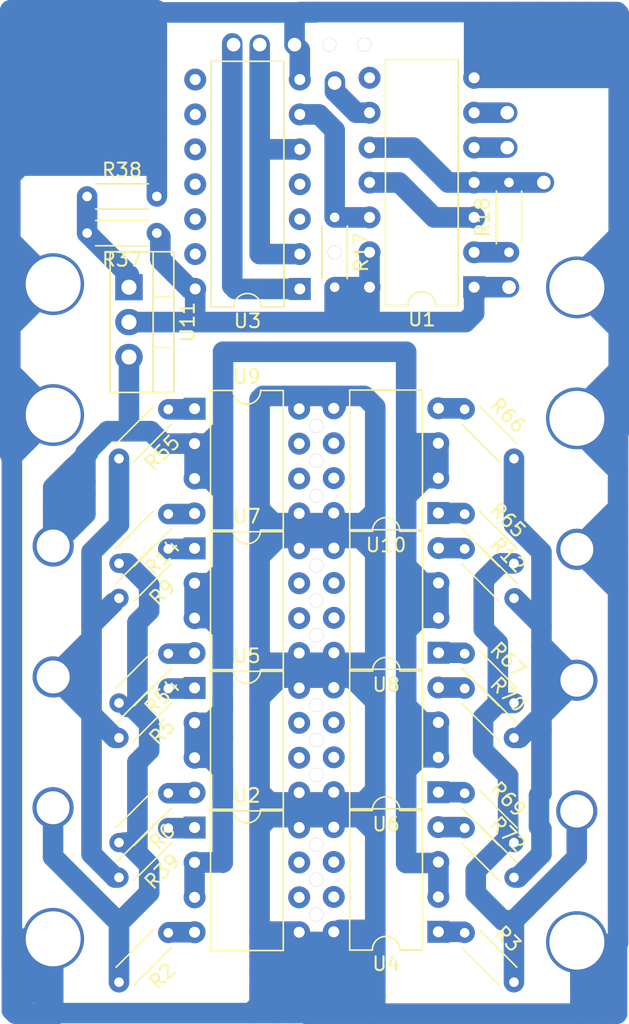
<source format=kicad_pcb>
(kicad_pcb (version 20221018) (generator pcbnew)
  (layers (0 "F.Cu" signal) (31 "B.Cu" signal) (34 "B.Paste" user) (35 "F.Paste" user) (36 "B.SilkS" user "B.Silkscreen") (37 "F.SilkS" user "F.Silkscreen") (38 "B.Mask" user) (39 "F.Mask" user) (44 "Edge.Cuts" user))
  (net 0 "")
  (net 1 "/A")
  (net 2 "Net-(R2-Pad1)")
  (net 3 "/B")
  (net 4 "Net-(R3-Pad1)")
  (net 5 "/C")
  (net 6 "/D")
  (net 7 "Net-(R12-Pad1)")
  (net 8 "Net-(R14-Pad1)")
  (net 9 "Net-(U1B-D)")
  (net 10 "+5V")
  (net 11 "Net-(U1A-D)")
  (net 12 "/A_logic")
  (net 13 "/A_n_logic")
  (net 14 "GND")
  (net 15 "/B_n_logic")
  (net 16 "/B_logic")
  (net 17 "VCC")
  (net 18 "/DIRECTION_upper")
  (net 19 "/CLOCK_upper")
  (net 20 "Net-(U11-ADJ)")
  (net 21 "Net-(R69-Pad1)")
  (net 22 "Net-(R70-Pad1)")
  (net 23 "Net-(R5-Pad1)")
  (net 24 "Net-(R6-Pad1)")
  (net 25 "Net-(R9-Pad1)")
  (net 26 "Net-(R39-Pad1)")
  (net 27 "Net-(R54-Pad1)")
  (net 28 "Net-(R55-Pad1)")
  (net 29 "Net-(R65-Pad1)")
  (net 30 "Net-(R66-Pad1)")
  (net 31 "Net-(R67-Pad1)")
  (net 32 "Net-(R72-Pad1)")
  (footprint "Resistor_THT:R_Axial_DIN0204_L3.6mm_D1.6mm_P5.08mm_Horizontal" (layer "F.Cu") (at 13.089 -58.4612 180)
    (fp_text reference "R37")
    (fp_text value "820")
  )
  (footprint "Resistor_THT:R_Axial_DIN0204_L3.6mm_D1.6mm_P5.08mm_Horizontal" (layer "F.Cu") (at 13.923 -45.6342 -135)
    (fp_text reference "R55")
    (fp_text value "1")
  )
  (footprint "Resistor_THT:R_Axial_DIN0204_L3.6mm_D1.6mm_P5.08mm_Horizontal" (layer "F.Cu") (at 35.513 -35.4742 -45)
    (fp_text reference "R12")
    (fp_text value "1")
  )
  (footprint "Resistor_THT:R_Axial_DIN0204_L3.6mm_D1.6mm_P5.08mm_Horizontal" (layer "F.Cu") (at 13.923 -17.6942 -135)
    (fp_text reference "R6")
    (fp_text value "1")
  )
  (footprint "Resistor_THT:R_Axial_DIN0204_L3.6mm_D1.6mm_P5.08mm_Horizontal" (layer "F.Cu") (at 13.923 -15.1542 -135)
    (fp_text reference "R39")
    (fp_text value "1")
  )
  (footprint "Resistor_THT:R_Axial_DIN0204_L3.6mm_D1.6mm_P5.08mm_Horizontal" (layer "F.Cu") (at 35.513 -17.6942 -45)
    (fp_text reference "R69")
    (fp_text value "1")
  )
  (footprint "Resistor_THT:R_Axial_DIN0204_L3.6mm_D1.6mm_P5.08mm_Horizontal" (layer "F.Cu") (at 8.009 -61.1282)
    (fp_text reference "R38")
    (fp_text value "220")
  )
  (footprint "Package_DIP:DIP-8_W7.62mm" (layer "F.Cu") (at 33.598 -38.088 180)
    (fp_text reference "U10")
    (fp_text value "~")
  )
  (footprint "Package_DIP:DIP-14_W7.62mm" (layer "F.Cu") (at 36.203 -54.5242 180)
    (fp_text reference "U1")
    (fp_text value "74LS74")
  )
  (footprint "Resistor_THT:R_Axial_DIN0204_L3.6mm_D1.6mm_P5.08mm_Horizontal" (layer "F.Cu") (at 13.923 -7.5342 -135)
    (fp_text reference "R2")
    (fp_text value "1")
  )
  (footprint "Package_DIP:DIP-8_W7.62mm" (layer "F.Cu") (at 33.608 -27.918 180)
    (fp_text reference "U8")
    (fp_text value "~")
  )
  (footprint "Package_DIP:DIP-8_W7.62mm" (layer "F.Cu") (at 15.838 -25.358)
    (fp_text reference "U5")
    (fp_text value "~")
  )
  (footprint "Package_DIP:DIP-8_W7.62mm" (layer "F.Cu") (at 15.838 -35.518)
    (fp_text reference "U7")
    (fp_text value "~")
  )
  (footprint "Package_DIP:DIP-8_W7.62mm" (layer "F.Cu") (at 33.598 -17.768 180)
    (fp_text reference "U6")
    (fp_text value "~")
  )
  (footprint "Resistor_THT:R_Axial_DIN0204_L3.6mm_D1.6mm_P5.08mm_Horizontal" (layer "F.Cu") (at 13.923 -27.8542 -135)
    (fp_text reference "R54")
    (fp_text value "1")
  )
  (footprint "Package_DIP:DIP-8_W7.62mm" (layer "F.Cu") (at 33.598 -7.608 180)
    (fp_text reference "U4")
    (fp_text value "~")
  )
  (footprint "Resistor_THT:R_Axial_DIN0204_L3.6mm_D1.6mm_P5.08mm_Horizontal" (layer "F.Cu") (at 38.743 -57.0642 90)
    (fp_text reference "R18")
    (fp_text value "5k")
  )
  (footprint "Package_DIP:DIP-14_W7.62mm" (layer "F.Cu") (at 23.503 -54.3972 180)
    (fp_text reference "U3")
    (fp_text value "74LS136")
  )
  (footprint "Resistor_THT:R_Axial_DIN0204_L3.6mm_D1.6mm_P5.08mm_Horizontal" (layer "F.Cu") (at 35.513 -25.3142 -45)
    (fp_text reference "R70")
    (fp_text value "1")
  )
  (footprint "Resistor_THT:R_Axial_DIN0204_L3.6mm_D1.6mm_P5.08mm_Horizontal" (layer "F.Cu") (at 13.923 -38.0142 -135)
    (fp_text reference "R14")
    (fp_text value "1")
  )
  (footprint "Resistor_THT:R_Axial_DIN0204_L3.6mm_D1.6mm_P5.08mm_Horizontal" (layer "F.Cu") (at 35.513 -38.0142 -45)
    (fp_text reference "R65")
    (fp_text value "1")
  )
  (footprint "Resistor_THT:R_Axial_DIN0204_L3.6mm_D1.6mm_P5.08mm_Horizontal" (layer "F.Cu") (at 26.043 -59.6042 -90)
    (fp_text reference "R17")
    (fp_text value "5k")
  )
  (footprint "Package_DIP:DIP-8_W7.62mm" (layer "F.Cu") (at 15.838 -45.678)
    (fp_text reference "U9")
    (fp_text value "~")
  )
  (footprint "Package_TO_SOT_THT:TO-220-3_Vertical" (layer "F.Cu") (at 11.057 -54.5242 -90)
    (fp_text reference "U11")
    (fp_text value "LM317_TO-220")
  )
  (footprint "Resistor_THT:R_Axial_DIN0204_L3.6mm_D1.6mm_P5.08mm_Horizontal" (layer "F.Cu") (at 35.513 -45.6342 -45)
    (fp_text reference "R66")
    (fp_text value "1")
  )
  (footprint "Resistor_THT:R_Axial_DIN0204_L3.6mm_D1.6mm_P5.08mm_Horizontal" (layer "F.Cu") (at 13.923 -25.3142 -135)
    (fp_text reference "R5")
    (fp_text value "1")
  )
  (footprint "Resistor_THT:R_Axial_DIN0204_L3.6mm_D1.6mm_P5.08mm_Horizontal" (layer "F.Cu") (at 35.513 -7.5342 -45)
    (fp_text reference "R3")
    (fp_text value "1")
  )
  (footprint "Resistor_THT:R_Axial_DIN0204_L3.6mm_D1.6mm_P5.08mm_Horizontal" (layer "F.Cu") (at 35.513 -15.1542 -45)
    (fp_text reference "R72")
    (fp_text value "1")
  )
  (footprint "Resistor_THT:R_Axial_DIN0204_L3.6mm_D1.6mm_P5.08mm_Horizontal" (layer "F.Cu") (at 13.923 -35.4742 -135)
    (fp_text reference "R9")
    (fp_text value "1")
  )
  (footprint "Package_DIP:DIP-8_W7.62mm" (layer "F.Cu") (at 15.838 -15.198)
    (fp_text reference "U2")
    (fp_text value "~")
  )
  (footprint "Resistor_THT:R_Axial_DIN0204_L3.6mm_D1.6mm_P5.08mm_Horizontal" (layer "F.Cu") (at 35.513 -27.8542 -45)
    (fp_text reference "R67")
    (fp_text value "1")
  )
  (via (at 5.538 -26.158) (size 3) (drill 2.4) (layers "F.Cu" "B.Cu") (net 1))
  (segment (start 8.330898 -13.273671) (end 10.042471 -11.562098) (width 1.5) (layer "B.Cu") (net 1))
  (segment (start 8.330898 -35.250525) (end 10.330898 -37.250525) (width 1.5) (layer "B.Cu") (net 1))
  (segment (start 8.330898 -23.433672) (end 8.330898 -13.273671) (width 1.5) (layer "B.Cu") (net 1))
  (segment (start 5.538 -26.158) (end 7.233098 -26.158) (width 1.5) (layer "B.Cu") (net 1))
  (segment (start 8.330898 -29.952808) (end 8.330898 -35.250525) (width 1.5) (layer "B.Cu") (net 1))
  (segment (start 8.330898 -28.6162) (end 7.9962 -28.6162) (width 1.5) (layer "B.Cu") (net 1))
  (segment (start 10.042471 -11.562098) (end 10.260187 -11.562098) (width 1.5) (layer "B.Cu") (net 1))
  (segment (start 10.330898 -37.250525) (end 10.330898 -42.042098) (width 1.5) (layer "B.Cu") (net 1))
  (segment (start 7.9962 -28.6162) (end 5.538 -26.158) (width 1.5) (layer "B.Cu") (net 1))
  (segment (start 7.501 -26.5842) (end 7.0748 -26.158) (width 1.5) (layer "B.Cu") (net 1))
  (segment (start 7.0748 -26.158) (end 5.538 -26.158) (width 1.5) (layer "B.Cu") (net 1))
  (segment (start 10.042471 -21.722098) (end 10.260187 -21.722098) (width 1.5) (layer "B.Cu") (net 1))
  (segment (start 7.233098 -26.158) (end 8.330898 -25.0602) (width 1.5) (layer "B.Cu") (net 1))
  (segment (start 5.538 -26.158) (end 5.60657 -26.158) (width 1.5) (layer "B.Cu") (net 1))
  (segment (start 8.330898 -23.433672) (end 8.330898 -25.0602) (width 1.5) (layer "B.Cu") (net 1))
  (segment (start 5.60657 -26.158) (end 8.330898 -23.433672) (width 1.5) (layer "B.Cu") (net 1))
  (segment (start 8.330898 -25.9492) (end 8.330898 -28.6162) (width 1.5) (layer "B.Cu") (net 1))
  (segment (start 8.330898 -28.6162) (end 8.330898 -29.952808) (width 1.5) (layer "B.Cu") (net 1))
  (segment (start 8.330898 -29.952808) (end 9.923 -31.54491) (width 1.5) (layer "B.Cu") (net 1))
  (segment (start 8.330898 -25.0602) (end 8.330898 -25.9492) (width 1.5) (layer "B.Cu") (net 1))
  (segment (start 8.330898 -23.433672) (end 10.042471 -21.722098) (width 1.5) (layer "B.Cu") (net 1))
  (segment (start 15.838 -7.578) (end 13.9668 -7.578) (width 1.5) (layer "B.Cu") (net 2))
  (segment (start 13.9668 -7.578) (end 13.923 -7.5342) (width 1.5) (layer "B.Cu") (net 2))
  (via (at 5.528 -16.638) (size 3) (drill 2.4) (layers "F.Cu" "B.Cu") (net 3))
  (segment (start 10.902168 -14.102098) (end 10.684451 -14.102098) (width 1.5) (layer "B.Cu") (net 3))
  (segment (start 12.530898 -22.737) (end 11.673 -23.594898) (width 1.5) (layer "B.Cu") (net 3))
  (segment (start 10.330898 -3.942098) (end 10.330898 -8.250739) (width 1.5) (layer "B.Cu") (net 3))
  (segment (start 10.330898 -8.250739) (end 12.530898 -10.450739) (width 1.5) (layer "B.Cu") (net 3))
  (segment (start 12.530898 -10.450739) (end 12.530898 -12.473368) (width 1.5) (layer "B.Cu") (net 3))
  (segment (start 10.922 -34.422098) (end 10.684451 -34.422098) (width 1.5) (layer "B.Cu") (net 3))
  (segment (start 12.530898 -30.970828) (end 12.530898 -32.8132) (width 1.5) (layer "B.Cu") (net 3))
  (segment (start 11.673 -30.11293) (end 12.530898 -30.970828) (width 1.5) (layer "B.Cu") (net 3))
  (segment (start 11.2958 -23.972098) (end 10.974452 -23.972098) (width 1.5) (layer "B.Cu") (net 3))
  (segment (start 11.740133 -13.264133) (end 11.673 -13.331266) (width 1.5) (layer "B.Cu") (net 3))
  (segment (start 12.530898 -20.810828) (end 12.530898 -22.737) (width 1.5) (layer "B.Cu") (net 3))
  (segment (start 11.740133 -13.264133) (end 10.902168 -14.102098) (width 1.5) (layer "B.Cu") (net 3))
  (segment (start 12.530898 -12.473368) (end 11.740133 -13.264133) (width 1.5) (layer "B.Cu") (net 3))
  (segment (start 5.528 -16.638) (end 5.528 -13.068474) (width 1.5) (layer "B.Cu") (net 3))
  (segment (start 12.530898 -32.8132) (end 10.922 -34.422098) (width 1.5) (layer "B.Cu") (net 3))
  (segment (start 5.528 -13.068474) (end 10.330898 -8.265576) (width 1.5) (layer "B.Cu") (net 3))
  (segment (start 11.673 -23.594898) (end 11.673 -30.11293) (width 1.5) (layer "B.Cu") (net 3))
  (segment (start 11.673 -19.95293) (end 12.530898 -20.810828) (width 1.5) (layer "B.Cu") (net 3))
  (segment (start 11.673 -13.331266) (end 11.673 -19.95293) (width 1.5) (layer "B.Cu") (net 3))
  (segment (start 10.330898 -8.265576) (end 10.330898 -3.942098) (width 1.5) (layer "B.Cu") (net 3))
  (segment (start 12.530898 -22.737) (end 11.2958 -23.972098) (width 1.5) (layer "B.Cu") (net 3))
  (segment (start 35.4392 -7.608) (end 35.513 -7.5342) (width 1.5) (layer "B.Cu") (net 4))
  (segment (start 33.598 -7.608) (end 35.4392 -7.608) (width 1.5) (layer "B.Cu") (net 4))
  (via (at 43.678 -16.398) (size 3) (drill 2.4) (layers "F.Cu" "B.Cu") (net 5))
  (segment (start 38.678 -18.967219) (end 38.678 -16.002) (width 1.5) (layer "B.Cu") (net 5))
  (segment (start 38.678 -16.002) (end 38.678 -14.421) (width 1.5) (layer "B.Cu") (net 5))
  (segment (start 36.855102 -20.790117) (end 38.678 -18.967219) (width 1.5) (layer "B.Cu") (net 5))
  (segment (start 39.105102 -34.422098) (end 38.115153 -34.422098) (width 1.5) (layer "B.Cu") (net 5))
  (segment (start 39.105102 -7.172098) (end 39.105102 -8.445243) (width 1.5) (layer "B.Cu") (net 5))
  (segment (start 37.930102 -24.262098) (end 36.855102 -23.187098) (width 1.5) (layer "B.Cu") (net 5))
  (segment (start 38.678 -14.421) (end 36.322 -12.065) (width 1.5) (layer "B.Cu") (net 5))
  (segment (start 37.930102 -28.619079) (end 37.930102 -24.262098) (width 1.5) (layer "B.Cu") (net 5))
  (segment (start 36.322 -10.414) (end 38.290757 -8.445243) (width 1.5) (layer "B.Cu") (net 5))
  (segment (start 38.678 -16.002) (end 38.678 -14.326931) (width 1.5) (layer "B.Cu") (net 5))
  (segment (start 36.905102 -29.644079) (end 37.930102 -28.619079) (width 1.5) (layer "B.Cu") (net 5))
  (segment (start 39.105102 -8.445243) (end 43.678 -13.018141) (width 1.5) (layer "B.Cu") (net 5))
  (segment (start 38.115153 -34.422098) (end 36.905102 -33.212047) (width 1.5) (layer "B.Cu") (net 5))
  (segment (start 36.855102 -23.187098) (end 36.855102 -20.790117) (width 1.5) (layer "B.Cu") (net 5))
  (segment (start 39.105102 -24.262098) (end 37.930102 -24.262098) (width 1.5) (layer "B.Cu") (net 5))
  (segment (start 43.678 -13.018141) (end 43.678 -16.398) (width 1.5) (layer "B.Cu") (net 5))
  (segment (start 39.105102 -7.172098) (end 39.105102 -3.942098) (width 1.5) (layer "B.Cu") (net 5))
  (segment (start 36.905102 -33.212047) (end 36.905102 -29.644079) (width 1.5) (layer "B.Cu") (net 5))
  (segment (start 36.322 -12.065) (end 36.322 -10.414) (width 1.5) (layer "B.Cu") (net 5))
  (segment (start 38.290757 -8.445243) (end 39.105102 -8.445243) (width 1.5) (layer "B.Cu") (net 5))
  (via (at 43.688 -25.918) (size 3) (drill 2.4) (layers "F.Cu" "B.Cu") (net 6))
  (segment (start 41.2438 -28.3622) (end 41.105102 -28.3622) (width 1.5) (layer "B.Cu") (net 6))
  (segment (start 39.492098 -21.722098) (end 39.105102 -21.722098) (width 1.5) (layer "B.Cu") (net 6))
  (segment (start 40.5961 -22.8261) (end 41.105102 -22.317098) (width 1.5) (layer "B.Cu") (net 6))
  (segment (start 41.105102 -29.932098) (end 39.155102 -31.882098) (width 1.5) (layer "B.Cu") (net 6))
  (segment (start 41.105102 -25.5682) (end 41.105102 -26.3302) (width 1.5) (layer "B.Cu") (net 6))
  (segment (start 41.105102 -28.3622) (end 41.105102 -29.932098) (width 1.5) (layer "B.Cu") (net 6))
  (segment (start 41.105102 -13.273671) (end 39.393529 -11.562098) (width 1.5) (layer "B.Cu") (net 6))
  (segment (start 43.2758 -26.3302) (end 43.688 -25.918) (width 1.5) (layer "B.Cu") (net 6))
  (segment (start 43.3382 -25.5682) (end 43.688 -25.918) (width 1.5) (layer "B.Cu") (net 6))
  (segment (start 43.688 -25.918) (end 40.5961 -22.8261) (width 1.5) (layer "B.Cu") (net 6))
  (segment (start 41.105102 -26.3302) (end 43.2758 -26.3302) (width 1.5) (layer "B.Cu") (net 6))
  (segment (start 41.105102 -17.71419) (end 40.928 -17.537088) (width 1.5) (layer "B.Cu") (net 6))
  (segment (start 41.105102 -22.317098) (end 41.105102 -25.5682) (width 1.5) (layer "B.Cu") (net 6))
  (segment (start 40.928 -15.258912) (end 41.105102 -15.08181) (width 1.5) (layer "B.Cu") (net 6))
  (segment (start 41.105102 -29.932098) (end 41.105102 -35.250525) (width 1.5) (layer "B.Cu") (net 6))
  (segment (start 43.688 -25.918) (end 41.2438 -28.3622) (width 1.5) (layer "B.Cu") (net 6))
  (segment (start 40.5961 -22.8261) (end 39.492098 -21.722098) (width 1.5) (layer "B.Cu") (net 6))
  (segment (start 43.688 -25.918) (end 42.5138 -27.0922) (width 1.5) (layer "B.Cu") (net 6))
  (segment (start 41.105102 -27.0922) (end 41.105102 -28.3622) (width 1.5) (layer "B.Cu") (net 6))
  (segment (start 40.928 -17.537088) (end 40.928 -15.258912) (width 1.5) (layer "B.Cu") (net 6))
  (segment (start 42.5138 -27.0922) (end 41.105102 -27.0922) (width 1.5) (layer "B.Cu") (net 6))
  (segment (start 39.105102 -37.250525) (end 39.105102 -42.042098) (width 1.5) (layer "B.Cu") (net 6))
  (segment (start 41.105102 -35.250525) (end 39.105102 -37.250525) (width 1.5) (layer "B.Cu") (net 6))
  (segment (start 41.105102 -15.08181) (end 41.105102 -13.273671) (width 1.5) (layer "B.Cu") (net 6))
  (segment (start 41.105102 -25.5682) (end 43.3382 -25.5682) (width 1.5) (layer "B.Cu") (net 6))
  (segment (start 41.105102 -22.317098) (end 41.105102 -17.71419) (width 1.5) (layer "B.Cu") (net 6))
  (segment (start 39.393529 -11.562098) (end 39.175813 -11.562098) (width 1.5) (layer "B.Cu") (net 6))
  (segment (start 41.105102 -26.3302) (end 41.105102 -27.0922) (width 1.5) (layer "B.Cu") (net 6))
  (segment (start 35.4492 -35.538) (end 35.513 -35.4742) (width 1.5) (layer "B.Cu") (net 7))
  (segment (start 33.608 -35.538) (end 35.4492 -35.538) (width 1.5) (layer "B.Cu") (net 7))
  (segment (start 13.923 -38.0142) (end 15.7942 -38.0142) (width 1.5) (layer "B.Cu") (net 8))
  (segment (start 15.7942 -38.0142) (end 15.838 -38.058) (width 1.5) (layer "B.Cu") (net 8))
  (segment (start 24.9 -67.0972) (end 26.043 -65.9542) (width 1.5) (layer "B.Cu") (net 9))
  (segment (start 28.583 -59.6042) (end 26.043 -59.6042) (width 1.5) (layer "B.Cu") (net 9))
  (segment (start 26.043 -65.9542) (end 26.043 -59.6042) (width 1.5) (layer "B.Cu") (net 9))
  (segment (start 23.503 -67.0972) (end 24.9 -67.0972) (width 1.5) (layer "B.Cu") (net 9))
  (via (at 41.283 -62.1442) (size 1) (drill 0.99) (layers "F.Cu" "B.Cu") (net 10))
  (via (at 38.743 -54.5242) (size 1) (drill 0.99) (layers "F.Cu" "B.Cu") (net 10))
  (segment (start 36.203 -62.1442) (end 38.743 -62.1442) (width 1.5) (layer "B.Cu") (net 10))
  (segment (start 25.916 -51.9842) (end 26.043 -52.1112) (width 1.5) (layer "B.Cu") (net 10))
  (segment (start 36.203 -54.5242) (end 38.743 -54.5242) (width 1.5) (layer "B.Cu") (net 10))
  (segment (start 28.71 -51.9842) (end 28.583 -52.1112) (width 1.5) (layer "B.Cu") (net 10))
  (segment (start 35.568 -51.9842) (end 36.203 -52.6192) (width 1.5) (layer "B.Cu") (net 10))
  (segment (start 28.71 -51.9842) (end 35.568 -51.9842) (width 1.5) (layer "B.Cu") (net 10))
  (segment (start 36.203 -62.1442) (end 34.298 -62.1442) (width 1.5) (layer "B.Cu") (net 10))
  (segment (start 28.583 -52.1112) (end 28.583 -57.0642) (width 1.5) (layer "B.Cu") (net 10))
  (segment (start 34.298 -62.1442) (end 31.758 -64.6842) (width 1.5) (layer "B.Cu") (net 10))
  (segment (start 25.916 -51.9842) (end 28.71 -51.9842) (width 1.5) (layer "B.Cu") (net 10))
  (segment (start 13.343 -58.2072) (end 13.089 -58.4612) (width 1.5) (layer "B.Cu") (net 10))
  (segment (start 15.883 -51.9842) (end 25.916 -51.9842) (width 1.5) (layer "B.Cu") (net 10))
  (segment (start 38.743 -62.1442) (end 41.283 -62.1442) (width 1.5) (layer "B.Cu") (net 10))
  (segment (start 26.043 -54.5242) (end 28.583 -54.5242) (width 1.5) (layer "B.Cu") (net 10))
  (segment (start 11.057 -51.9842) (end 15.883 -51.9842) (width 1.5) (layer "B.Cu") (net 10))
  (segment (start 26.17 -52.1112) (end 26.043 -52.1112) (width 1.5) (layer "B.Cu") (net 10))
  (segment (start 15.883 -54.3972) (end 15.502 -54.3972) (width 1.5) (layer "B.Cu") (net 10))
  (segment (start 36.203 -52.6192) (end 36.203 -54.5242) (width 1.5) (layer "B.Cu") (net 10))
  (segment (start 28.583 -54.5242) (end 26.17 -52.1112) (width 1.5) (layer "B.Cu") (net 10))
  (segment (start 26.043 -52.1112) (end 26.043 -54.5242) (width 1.5) (layer "B.Cu") (net 10))
  (segment (start 15.883 -51.9842) (end 15.883 -54.3972) (width 1.5) (layer "B.Cu") (net 10))
  (segment (start 31.758 -64.6842) (end 28.583 -64.6842) (width 1.5) (layer "B.Cu") (net 10))
  (segment (start 13.343 -56.5562) (end 13.343 -58.2072) (width 1.5) (layer "B.Cu") (net 10))
  (segment (start 15.502 -54.3972) (end 13.343 -56.5562) (width 1.5) (layer "B.Cu") (net 10))
  (via (at 26.043 -57.0642) (size 1) (drill 0.99) (layers "F.Cu" "B.Cu") (net 11))
  (segment (start 36.203 -57.0642) (end 38.743 -57.0642) (width 1.5) (layer "B.Cu") (net 11))
  (segment (start 23.503 -59.4772) (end 23.508585 -59.4772) (width 1) (layer "B.Cu") (net 11))
  (via (at 28.202 -72.1772) (size 1) (drill 0.99) (layers "F.Cu" "B.Cu") (net 12))
  (via (at 38.616 -64.6842) (size 1) (drill 0.99) (layers "F.Cu" "B.Cu") (net 12))
  (segment (start 36.203 -64.6842) (end 38.616 -64.6842) (width 1.5) (layer "B.Cu") (net 12))
  (via (at 24.718 -34.268) (size 1) (drill 0.99) (layers "F.Cu" "B.Cu") (net 13))
  (via (at 24.718 -24.108) (size 1) (drill 0.99) (layers "F.Cu" "B.Cu") (net 13))
  (via (at 38.616 -67.2242) (size 1) (drill 0.99) (layers "F.Cu" "B.Cu") (net 13))
  (via (at 24.718 -44.428) (size 1) (drill 0.99) (layers "F.Cu" "B.Cu") (net 13))
  (via (at 24.718 -13.948) (size 1) (drill 0.99) (layers "F.Cu" "B.Cu") (net 13))
  (segment (start 36.203 -67.2242) (end 38.616 -67.2242) (width 1.5) (layer "B.Cu") (net 13))
  (via (at 43.688 -35.448) (size 3) (drill 2.4) (layers "F.Cu" "B.Cu") (net 14))
  (via (at 5.538 -45.218) (size 4.5) (drill 4) (layers "F.Cu" "B.Cu") (net 14))
  (via (at 43.688 -44.978) (size 4.5) (drill 4) (layers "F.Cu" "B.Cu") (net 14))
  (via (at 23.122 -72.1772) (size 1) (drill 0.99) (layers "F.Cu" "B.Cu") (net 14))
  (via (at 43.688 -6.858) (size 4.5) (drill 4) (layers "F.Cu" "B.Cu") (net 14))
  (via (at 5.538 -54.748) (size 4.5) (drill 4) (layers "F.Cu" "B.Cu") (net 14))
  (via (at 43.688 -54.508) (size 4.5) (drill 4) (layers "F.Cu" "B.Cu") (net 14))
  (via (at 5.538 -7.098) (size 4.5) (drill 4) (layers "F.Cu" "B.Cu") (net 14))
  (segment (start 2.413 -42.323) (end 2.413 -44.069) (width 1.5) (layer "B.Cu") (net 14))
  (segment (start 22.024 -3.556) (end 20.574 -3.556) (width 1.5) (layer "B.Cu") (net 14))
  (segment (start 40.894 -74.549) (end 39.243 -74.549) (width 1.5) (layer "B.Cu") (net 14))
  (segment (start 37.592 -74.422) (end 37.719 -74.549) (width 1.5) (layer "B.Cu") (net 14))
  (segment (start 23.137572 -7.62) (end 23.458 -7.299572) (width 1.5) (layer "B.Cu") (net 14))
  (segment (start 23.331 -4.572) (end 23.458 -4.445) (width 1.5) (layer "B.Cu") (net 14))
  (segment (start 2.413 -52.832) (end 2.413 -55.88) (width 1.5) (layer "B.Cu") (net 14))
  (segment (start 23.511 -74.549) (end 23.122 -74.16) (width 1.5) (layer "B.Cu") (net 14))
  (segment (start 29 -4.191) (end 26.289 -4.191) (width 1.5) (layer "B.Cu") (net 14))
  (segment (start 44.763 -44.978) (end 46.688 -43.053) (width 1.5) (layer "B.Cu") (net 14))
  (segment (start 46.609 -6.731) (end 46.609 -6.208577) (width 1.5) (layer "B.Cu") (net 14))
  (segment (start 29 -1.695) (end 28.956 -1.651) (width 1.5) (layer "B.Cu") (net 14))
  (segment (start 23.122 -74.16) (end 23.122 -72.1772) (width 1.5) (layer "B.Cu") (net 14))
  (segment (start 25.365428 -46.609) (end 28.194 -46.609) (width 1.5) (layer "B.Cu") (net 14))
  (segment (start 43.053 -74.295) (end 43.307 -74.549) (width 1.5) (layer "B.Cu") (net 14))
  (segment (start 46.736 -58.293) (end 46.736 -69.596) (width 1.5) (layer "B.Cu") (net 14))
  (segment (start 41.91 -74.549) (end 40.894 -74.549) (width 1.5) (layer "B.Cu") (net 14))
  (segment (start 46.736 -46.609) (end 46.736 -48.514) (width 1.5) (layer "B.Cu") (net 14))
  (segment (start 26.162 -2.921) (end 23.458 -2.921) (width 1.5) (layer "B.Cu") (net 14))
  (segment (start 19.939 -1.692098) (end 21.844 -1.692098) (width 1.5) (layer "B.Cu") (net 14))
  (segment (start 29 -6.985) (end 29 -5.334) (width 1.5) (layer "B.Cu") (net 14))
  (segment (start 29 -5.334) (end 28.575 -5.334) (width 1.5) (layer "B.Cu") (net 14))
  (segment (start 20.574 -4.572) (end 23.331 -4.572) (width 1.5) (layer "B.Cu") (net 14))
  (segment (start 37.719 -74.549) (end 36.068 -74.549) (width 1.5) (layer "B.Cu") (net 14))
  (segment (start 2.528 -42.208) (end 2.413 -42.323) (width 1.5) (layer "B.Cu") (net 14))
  (segment (start 2.54 -73.406) (end 2.413 -73.279) (width 1.5) (layer "B.Cu") (net 14))
  (segment (start 13.089 -73.406) (end 12.192 -73.406) (width 1.5) (layer "B.Cu") (net 14))
  (segment (start 13.089 -63.246) (end 13.089 -61.1282) (width 1.5) (layer "B.Cu") (net 14))
  (segment (start 13.089 -73.406) (end 13.089 -71.882) (width 1.5) (layer "B.Cu") (net 14))
  (segment (start 20.574 -7.62) (end 23.137572 -7.62) (width 1.5) (layer "B.Cu") (net 14))
  (segment (start 29 -14.859) (end 29 -7.747) (width 1.5) (layer "B.Cu") (net 14))
  (segment (start 38.989 -69.7642) (end 37.592 -69.7642) (width 1.5) (layer "B.Cu") (net 14))
  (segment (start 46.736 -44.958) (end 46.716 -44.978) (width 1.5) (layer "B.Cu") (net 14))
  (segment (start 28.448 -5.461) (end 28.575 -5.334) (width 1.5) (layer "B.Cu") (net 14))
  (segment (start 2.528 -1.917) (end 4.8775 -4.2665) (width 1.5) (layer "B.Cu") (net 14))
  (segment (start 2.528 -7.112) (end 5.524 -7.112) (width 1.5) (layer "B.Cu") (net 14))
  (segment (start 43.688 -6.858) (end 43.942 -6.604) (width 1.5) (layer "B.Cu") (net 14))
  (segment (start 24.6112 -74.5222) (end 24.638 -74.549) (width 1.5) (layer "B.Cu") (net 14))
  (segment (start 2.413 -69.723) (end 12.454 -69.723) (width 1.5) (layer "B.Cu") (net 14))
  (segment (start 21.844 -74.5222) (end 24.6112 -74.5222) (width 1.5) (layer "B.Cu") (net 14))
  (segment (start 26.162 -5.461) (end 23.585 -5.461) (width 1.5) (layer "B.Cu") (net 14))
  (segment (start 46.736 -43.942) (end 46.736 -46.609) (width 1.5) (layer "B.Cu") (net 14))
  (segment (start 13.089 -69.088) (end 3.302 -69.088) (width 1.5) (layer "B.Cu") (net 14))
  (segment (start 21.282 -15.948) (end 27.911 -15.948) (width 1.5) (layer "B.Cu") (net 14))
  (segment (start 26.162 -2.921) (end 26.162 -4.318) (width 1.5) (layer "B.Cu") (net 14))
  (segment (start 45.832577 -1.651) (end 46.609 -1.651) (width 1.5) (layer "B.Cu") (net 14))
  (segment (start 29 -45.803) (end 29 -35.179) (width 1.5) (layer "B.Cu") (net 14))
  (segment (start 13.089 -71.882) (end 11.176 -71.882) (width 1.5) (layer "B.Cu") (net 14))
  (segment (start 13.089 -71.882) (end 13.089 -70.866) (width 1.5) (layer "B.Cu") (net 14))
  (segment (start 13.2348 -74.5222) (end 13.208 -74.549) (width 1.5) (layer "B.Cu") (net 14))
  (segment (start 2.413 -57.912) (end 2.413 -62.611) (width 1.5) (layer "B.Cu") (net 14))
  (segment (start 2.921 -67.183) (end 2.413 -66.675) (width 1.5) (layer "B.Cu") (net 14))
  (segment (start 5.927902 -1.692098) (end 5.886804 -1.651) (width 1.5) (layer "B.Cu") (net 14))
  (segment (start 23.585 -5.461) (end 23.458 -5.588) (width 1.5) (layer "B.Cu") (net 14))
  (segment (start 46.736 -55.372) (end 46.736 -56.515) (width 1.5) (layer "B.Cu") (net 14))
  (segment (start 2.794 -1.651) (end 2.528 -1.917) (width 1.5) (layer "B.Cu") (net 14))
  (segment (start 38.989 -74.295) (end 39.243 -74.549) (width 1.5) (layer "B.Cu") (net 14))
  (segment (start 20.574 -17.78) (end 21.326 -17.028) (width 1.5) (layer "B.Cu") (net 14))
  (segment (start 2.413 -48.343) (end 2.413 -49.022) (width 1.5) (layer "B.Cu") (net 14))
  (segment (start 43.688 -45.466) (end 46.736 -48.514) (width 1.5) (layer "B.Cu") (net 14))
  (segment (start 39.243 -74.549) (end 37.719 -74.549) (width 1.5) (layer "B.Cu") (net 14))
  (segment (start 43.688 -44.978) (end 45.105 -44.978) (width 1.5) (layer "B.Cu") (net 14))
  (segment (start 13.089 -70.866) (end 13.089 -69.088) (width 1.5) (layer "B.Cu") (net 14))
  (segment (start 21.917 -36.268) (end 27.911 -36.268) (width 1.5) (layer "B.Cu") (net 14))
  (segment (start 2.413 -74.676) (end 13.081 -74.676) (width 1.5) (layer "B.Cu") (net 14))
  (segment (start 23.331 -4.572) (end 23.585 -4.318) (width 1.5) (layer "B.Cu") (net 14))
  (segment (start 29 -6.985) (end 26.924 -6.985) (width 1.5) (layer "B.Cu") (net 14))
  (segment (start 5.886804 -1.651) (end 2.794 -1.651) (width 1.5) (layer "B.Cu") (net 14))
  (segment (start 46.688 -41.148) (end 46.688 -43.053) (width 1.5) (layer "B.Cu") (net 14))
  (segment (start 23.122 -74.16) (end 22.7598 -74.5222) (width 1.5) (layer "B.Cu") (net 14))
  (segment (start 27.911 -15.948) (end 29 -14.859) (width 1.5) (layer "B.Cu") (net 14))
  (segment (start 43.688 -55.245) (end 46.736 -58.293) (width 1.5) (layer "B.Cu") (net 14))
  (segment (start 2.413 -46.101) (end 2.413 -49.022) (width 1.5) (layer "B.Cu") (net 14))
  (segment (start 2.413 -69.723) (end 2.413 -70.612) (width 1.5) (layer "B.Cu") (net 14))
  (segment (start 28.121 -37.348) (end 29 -38.227) (width 1.5) (layer "B.Cu") (net 14))
  (segment (start 2.413 -44.069) (end 2.413 -44.958) (width 1.5) (layer "B.Cu") (net 14))
  (segment (start 45.105 -44.978) (end 46.736 -46.609) (width 1.5) (layer "B.Cu") (net 14))
  (segment (start 29 -2.921) (end 26.162 -2.921) (width 1.5) (layer "B.Cu") (net 14))
  (segment (start 2.413 -44.958) (end 2.413 -46.101) (width 1.5) (layer "B.Cu") (net 14))
  (segment (start 29 -24.384) (end 29 -17.907) (width 1.5) (layer "B.Cu") (net 14))
  (segment (start 21.072 -27.188) (end 28.629 -27.188) (width 1.5) (layer "B.Cu") (net 14))
  (segment (start 2.413 -72.136) (end 10.922 -72.136) (width 1.5) (layer "B.Cu") (net 14))
  (segment (start 26.601 -6.985) (end 26.132214 -7.453786) (width 1.5) (layer "B.Cu") (net 14))
  (segment (start 3.302 -69.088) (end 2.413 -68.199) (width 1.5) (layer "B.Cu") (net 14))
  (segment (start 27.549 -26.108) (end 28.629 -27.188) (width 1.5) (layer "B.Cu") (net 14))
  (segment (start 2.667 -70.866) (end 2.413 -70.612) (width 1.5) (layer "B.Cu") (net 14))
  (segment (start 13.089 -74.43) (end 13.089 -73.406) (width 1.5) (layer "B.Cu") (net 14))
  (segment (start 3.545 -54.748) (end 2.413 -55.88) (width 1.5) (layer "B.Cu") (net 14))
  (segment (start 5.278 -44.958) (end 2.413 -44.958) (width 1.5) (layer "B.Cu") (net 14))
  (segment (start 45.466 -69.7642) (end 44.323 -69.7642) (width 1.5) (layer "B.Cu") (net 14))
  (segment (start 43.053 -69.7642) (end 41.656 -69.7642) (width 1.5) (layer "B.Cu") (net 14))
  (segment (start 13.089 -65.278) (end 13.089 -63.246) (width 1.5) (layer "B.Cu") (net 14))
  (segment (start 13.089 -67.183) (end 13.089 -65.278) (width 1.5) (layer "B.Cu") (net 14))
  (segment (start 26.162 -4.318) (end 26.162 -5.461) (width 1.5) (layer "B.Cu") (net 14))
  (segment (start 20.574 -5.842) (end 23.204 -5.842) (width 1.5) (layer "B.Cu") (net 14))
  (segment (start 43.942 -6.604) (end 43.942 -4.445) (width 1.5) (layer "B.Cu") (net 14))
  (segment (start 20.574 -38.354) (end 21.58 -37.348) (width 1.5) (layer "B.Cu") (net 14))
  (segment (start 23.887902 -1.692098) (end 23.929 -1.651) (width 1.5) (layer "B.Cu") (net 14))
  (segment (start 43.942 -3.541577) (end 44.922932 -2.560644) (width 1.5) (layer "B.Cu") (net 14))
  (segment (start 40.513 -69.7642) (end 39.751 -69.7642) (width 1.5) (layer "B.Cu") (net 14))
  (segment (start 20.574 -27.686) (end 21.072 -27.188) (width 1.5) (layer "B.Cu") (net 14))
  (segment (start 45.847 -74.549) (end 44.577 -74.549) (width 1.5) (layer "B.Cu") (net 14))
  (segment (start 22.762428 -6.604) (end 23.458 -7.299572) (width 1.5) (layer "B.Cu") (net 14))
  (segment (start 20.574 -3.556) (end 20.574 -2.962098) (width 1.5) (layer "B.Cu") (net 14))
  (segment (start 2.528 -6.616) (end 4.8775 -4.2665) (width 1.5) (layer "B.Cu") (net 14))
  (segment (start 29 -7.747) (end 26.425428 -7.747) (width 1.5) (layer "B.Cu") (net 14))
  (segment (start 12.454 -65.913) (end 13.089 -65.278) (width 1.5) (layer "B.Cu") (net 14))
  (segment (start 29 -27.559) (end 29 -24.384) (width 1.5) (layer "B.Cu") (net 14))
  (segment (start 44.323 -69.7642) (end 43.053 -69.7642) (width 1.5) (layer "B.Cu") (net 14))
  (segment (start 20.574 -34.925) (end 21.917 -36.268) (width 1.5) (layer "B.Cu") (net 14))
  (segment (start 39.751 -69.7642) (end 39.751 -74.041) (width 1.5) (layer "B.Cu") (net 14))
  (segment (start 44.338 -34.798) (end 46.688 -34.798) (width 1.5) (layer "B.Cu") (net 14))
  (segment (start 29 -4.191) (end 29 -2.921) (width 1.5) (layer "B.Cu") (net 14))
  (segment (start 46.736 -69.596) (end 46.736 -74.422) (width 1.5) (layer "B.Cu") (net 14))
  (segment (start 23.458 -2.921) (end 23.458 -2.122) (width 1.5) (layer "B.Cu") (net 14))
  (segment (start 26.425428 -7.747) (end 26.132214 -7.453786) (width 1.5) (layer "B.Cu") (net 14))
  (segment (start 46.736 -74.422) (end 46.609 -74.549) (width 1.5) (layer "B.Cu") (net 14))
  (segment (start 29 -5.334) (end 29 -4.191) (width 1.5) (layer "B.Cu") (net 14))
  (segment (start 22.044 -26.108) (end 27.276 -26.108) (width 1.5) (layer "B.Cu") (net 14))
  (segment (start 46.688 -38.481) (end 46.688 -41.148) (width 1.5) (layer "B.Cu") (net 14))
  (segment (start 43.688 -44.978) (end 43.688 -44.148) (width 1.5) (layer "B.Cu") (net 14))
  (segment (start 38.989 -69.7642) (end 38.989 -74.295) (width 1.5) (layer "B.Cu") (net 14))
  (segment (start 20.574 -6.604) (end 20.574 -7.62) (width 1.5) (layer "B.Cu") (net 14))
  (segment (start 37.592 -69.7642) (end 37.592 -74.422) (width 1.5) (layer "B.Cu") (net 14))
  (segment (start 25.365428 -46.609) (end 26.122214 -45.852214) (width 1.5) (layer "B.Cu") (net 14))
  (segment (start 23.458 -5.588) (end 23.458 -4.445) (width 1.5) (layer "B.Cu") (net 14))
  (segment (start 43.815 -6.731) (end 43.688 -6.858) (width 1.5) (layer "B.Cu") (net 14))
  (segment (start 46.688 -34.798) (end 46.688 -36.195) (width 1.5) (layer "B.Cu") (net 14))
  (segment (start 43.942 -1.651) (end 45.832577 -1.651) (width 1.5) (layer "B.Cu") (net 14))
  (segment (start 5.538 -54.787) (end 2.413 -57.912) (width 1.5) (layer "B.Cu") (net 14))
  (segment (start 43.688 -54.508) (end 46.736 -51.46) (width 1.5) (layer "B.Cu") (net 14))
  (segment (start 20.574 -7.62) (end 20.574 -15.24) (width 1.5) (layer "B.Cu") (net 14))
  (segment (start 46.736 -69.596) (end 46.482 -69.85) (width 1.5) (layer "B.Cu") (net 14))
  (segment (start 46.609 -5.842) (end 46.609 -6.731) (width 1.5) (layer "B.Cu") (net 14))
  (segment (start 2.413 -64.389) (end 11.946 -64.389) (width 1.5) (layer "B.Cu") (net 14))
  (segment (start 28.121 -6.868) (end 29 -7.747) (width 1.5) (layer "B.Cu") (net 14))
  (segment (start 21.844 -74.5222) (end 13.2348 -74.5222) (width 1.5) (layer "B.Cu") (net 14))
  (segment (start 2.413 -66.675) (end 2.413 -68.199) (width 1.5) (layer "B.Cu") (net 14))
  (segment (start 13.081 -74.676) (end 13.2348 -74.5222) (width 1.5) (layer "B.Cu") (net 14))
  (segment (start 41.656 -69.7642) (end 41.656 -74.295) (width 1.5) (layer "B.Cu") (net 14))
  (segment (start 46.609 -3.937) (end 46.609 -1.651) (width 1.5) (layer "B.Cu") (net 14))
  (segment (start 5.538 -4.927) (end 5.538 -7.098) (width 1.5) (layer "B.Cu") (net 14))
  (segment (start 21.326 -17.028) (end 28.121 -17.028) (width 1.5) (layer "B.Cu") (net 14))
  (segment (start 21.426 -7.62) (end 22.178 -6.868) (width 1.5) (layer "B.Cu") (net 14))
  (segment (start 46.609 -6.731) (end 43.815 -6.731) (width 1.5) (layer "B.Cu") (net 14))
  (segment (start 2.413 -64.389) (end 2.413 -65.913) (width 1.5) (layer "B.Cu") (net 14))
  (segment (start 46.3962 -69.7642) (end 45.466 -69.7642) (width 1.5) (layer "B.Cu") (net 14))
  (segment (start 44.094 -54.102) (end 46.736 -54.102) (width 1.5) (layer "B.Cu") (net 14))
  (segment (start 43.307 -74.549) (end 41.91 -74.549) (width 1.5) (layer "B.Cu") (net 14))
  (segment (start 23.458 -4.445) (end 23.458 -2.921) (width 1.5) (layer "B.Cu") (net 14))
  (segment (start 28.956 -1.651) (end 43.942 -1.651) (width 1.5) (layer "B.Cu") (net 14))
  (segment (start 20.574 -5.842) (end 20.574 -6.604) (width 1.5) (layer "B.Cu") (net 14))
  (segment (start 46.609 -1.651) (end 46.609 -5.842) (width 1.5) (layer "B.Cu") (net 14))
  (segment (start 23.028098 -1.692098) (end 23.887902 -1.692098) (width 1.5) (layer "B.Cu") (net 14))
  (segment (start 43.688 -54.508) (end 44.729 -54.508) (width 1.5) (layer "B.Cu") (net 14))
  (segment (start 5.538 -54.748) (end 5.538 -54.787) (width 1.5) (layer "B.Cu") (net 14))
  (segment (start 23.028098 -1.692098) (end 23.458 -2.122) (width 1.5) (layer "B.Cu") (net 14))
  (segment (start 2.413 -62.611) (end 2.413 -64.389) (width 1.5) (layer "B.Cu") (net 14))
  (segment (start 19.939 -1.692098) (end 20.574 -2.327098) (width 1.5) (layer "B.Cu") (net 14))
  (segment (start 40.513 -69.7642) (end 40.513 -74.168) (width 1.5) (layer "B.Cu") (net 14))
  (segment (start 11.176 -71.882) (end 10.922 -72.136) (width 1.5) (layer "B.Cu") (net 14))
  (segment (start 43.053 -69.7642) (end 43.053 -74.295) (width 1.5) (layer "B.Cu") (net 14))
  (segment (start 44.323 -74.295) (end 44.577 -74.549) (width 1.5) (layer "B.Cu") (net 14))
  (segment (start 20.574 -4.572) (end 20.574 -5.842) (width 1.5) (layer "B.Cu") (net 14))
  (segment (start 2.413 -55.88) (end 2.413 -57.912) (width 1.5) (layer "B.Cu") (net 14))
  (segment (start 46.688 -43.053) (end 46.688 -43.894) (width 1.5) (layer "B.Cu") (net 14))
  (segment (start 46.609 -74.549) (end 45.847 -74.549) (width 1.5) (layer "B.Cu") (net 14))
  (segment (start 12.454 -69.723) (end 13.089 -69.088) (width 1.5) (layer "B.Cu") (net 14))
  (segment (start 13.208 -74.549) (end 13.089 -74.43) (width 1.5) (layer "B.Cu") (net 14))
  (segment (start 13.089 -67.183) (end 2.921 -67.183) (width 1.5) (layer "B.Cu") (net 14))
  (segment (start 11.946 -64.389) (end 13.089 -63.246) (width 1.5) (layer "B.Cu") (net 14))
  (segment (start 44.323 -69.7642) (end 44.323 -74.295) (width 1.5) (layer "B.Cu") (net 14))
  (segment (start 45.466 -69.7642) (end 45.466 -74.168) (width 1.5) (layer "B.Cu") (net 14))
  (segment (start 3.1802 -63.3782) (end 2.413 -62.611) (width 1.5) (layer "B.Cu") (net 14))
  (segment (start 2.413 -73.279) (end 2.413 -74.676) (width 1.5) (layer "B.Cu") (net 14))
  (segment (start 5.538 -54.748) (end 4.329 -54.748) (width 1.5) (layer "B.Cu") (net 14))
  (segment (start 2.528 -5.092) (end 5.538 -2.082) (width 1.5) (layer "B.Cu") (net 14))
  (segment (start 46.736 -53.34) (end 46.736 -54.102) (width 1.5) (layer "B.Cu") (net 14))
  (segment (start 43.688 -44.978) (end 44.763 -44.978) (width 1.5) (layer "B.Cu") (net 14))
  (segment (start 43.688 -35.448) (end 43.688 -35.481) (width 1.5) (layer "B.Cu") (net 14))
  (segment (start 44.577 -74.549) (end 43.307 -74.549) (width 1.5) (layer "B.Cu") (net 14))
  (segment (start 27.276 -26.108) (end 27.549 -26.108) (width 1.5) (layer "B.Cu") (net 14))
  (segment (start 46.609 -6.208577) (end 43.942 -3.541577) (width 1.5) (layer "B.Cu") (net 14))
  (segment (start 43.688 -44.978) (end 43.688 -45.466) (width 1.5) (layer "B.Cu") (net 14))
  (segment (start 43.688 -35.448) (end 44.338 -34.798) (width 1.5) (layer "B.Cu") (net 14))
  (segment (start 44.435 -36.195) (end 46.688 -36.195) (width 1.5) (layer "B.Cu") (net 14))
  (segment (start 4.8775 -4.2665) (end 5.538 -4.927) (width 1.5) (layer "B.Cu") (net 14))
  (segment (start 5.538 -45.218) (end 4.655 -46.101) (width 1.5) (layer "B.Cu") (net 14))
  (segment (start 13.089 -63.246) (end 12.9568 -63.3782) (width 1.5) (layer "B.Cu") (net 14))
  (segment (start 46.688 -6.81) (end 46.609 -6.731) (width 1.5) (layer "B.Cu") (net 14))
  (segment (start 20.574 -2.327098) (end 20.574 -3.556) (width 1.5) (layer "B.Cu") (net 14))
  (segment (start 20.574 -24.638) (end 22.044 -26.108) (width 1.5) (layer "B.Cu") (net 14))
  (segment (start 5.927902 -1.692098) (end 19.939 -1.692098) (width 1.5) (layer "B.Cu") (net 14))
  (segment (start 5.538 -45.218) (end 2.413 -48.343) (width 1.5) (layer "B.Cu") (net 14))
  (segment (start 43.688 -54.508) (end 45.872 -54.508) (width 1.5) (layer "B.Cu") (net 14))
  (segment (start 5.538 -2.082) (end 5.927902 -1.692098) (width 1.5) (layer "B.Cu") (net 14))
  (segment (start 46.736 -51.46) (end 46.736 -53.34) (width 1.5) (layer "B.Cu") (net 14))
  (segment (start 26.162 -7.424) (end 26.132214 -7.453786) (width 1.5) (layer "B.Cu") (net 14))
  (segment (start 41.656 -74.295) (end 41.91 -74.549) (width 1.5) (layer "B.Cu") (net 14))
  (segment (start 2.413 -70.612) (end 2.413 -72.136) (width 1.5) (layer "B.Cu") (net 14))
  (segment (start 23.458 -2.122) (end 22.024 -3.556) (width 1.5) (layer "B.Cu") (net 14))
  (segment (start 5.538 -45.218) (end 5.278 -44.958) (width 1.5) (layer "B.Cu") (net 14))
  (segment (start 20.574 -17.78) (end 20.574 -24.638) (width 1.5) (layer "B.Cu") (net 14))
  (segment (start 43.688 -35.481) (end 46.688 -38.481) (width 1.5) (layer "B.Cu") (net 14))
  (segment (start 29 -17.907) (end 29 -14.859) (width 1.5) (layer "B.Cu") (net 14))
  (segment (start 13.089 -69.088) (end 13.089 -67.183) (width 1.5) (layer "B.Cu") (net 14))
  (segment (start 46.716 -44.978) (end 43.688 -44.978) (width 1.5) (layer "B.Cu") (net 14))
  (segment (start 2.528 -7.112) (end 2.528 -42.208) (width 1.5) (layer "B.Cu") (net 14))
  (segment (start 20.574 -15.24) (end 20.574 -17.78) (width 1.5) (layer "B.Cu") (net 14))
  (segment (start 46.609 -5.842) (end 46.609 -4.246712) (width 1.5) (layer "B.Cu") (net 14))
  (segment (start 2.528 -42.208) (end 5.538 -45.218) (width 1.5) (layer "B.Cu") (net 14))
  (segment (start 4.655 -46.101) (end 2.413 -46.101) (width 1.5) (layer "B.Cu") (net 14))
  (segment (start 23.458 -7.299572) (end 23.458 -5.588) (width 1.5) (layer "B.Cu") (net 14))
  (segment (start 46.736 -54.102) (end 46.736 -55.372) (width 1.5) (layer "B.Cu") (net 14))
  (segment (start 2.528 -1.917) (end 2.528 -7.112) (width 1.5) (layer "B.Cu") (net 14))
  (segment (start 12.073 -68.199) (end 13.089 -67.183) (width 1.5) (layer "B.Cu") (net 14))
  (segment (start 26.162 -1.651) (end 28.956 -1.651) (width 1.5) (layer "B.Cu") (net 14))
  (segment (start 5.524 -7.112) (end 5.538 -7.098) (width 1.5) (layer "B.Cu") (net 14))
  (segment (start 2.413 -72.136) (end 2.413 -73.279) (width 1.5) (layer "B.Cu") (net 14))
  (segment (start 3.302 -65.278) (end 2.413 -64.389) (width 1.5) (layer "B.Cu") (net 14))
  (segment (start 46.736 -56.515) (end 46.736 -58.293) (width 1.5) (layer "B.Cu") (net 14))
  (segment (start 26.162 -5.461) (end 28.448 -5.461) (width 1.5) (layer "B.Cu") (net 14))
  (segment (start 2.528 -7.112) (end 2.528 -5.092) (width 1.5) (layer "B.Cu") (net 14))
  (segment (start 40.513 -74.168) (end 40.894 -74.549) (width 1.5) (layer "B.Cu") (net 14))
  (segment (start 20.828 -46.609) (end 25.365428 -46.609) (width 1.5) (layer "B.Cu") (net 14))
  (segment (start 44.856 -53.34) (end 46.736 -53.34) (width 1.5) (layer "B.Cu") (net 14))
  (segment (start 46.688 -36.195) (end 46.688 -38.481) (width 1.5) (layer "B.Cu") (net 14))
  (segment (start 44.922932 -2.560644) (end 45.832577 -1.651) (width 1.5) (layer "B.Cu") (net 14))
  (segment (start 36.203 -69.7642) (end 36.203 -74.414) (width 1.5) (layer "B.Cu") (net 14))
  (segment (start 29 -35.179) (end 29 -27.559) (width 1.5) (layer "B.Cu") (net 14))
  (segment (start 20.574 -7.62) (end 21.426 -7.62) (width 1.5) (layer "B.Cu") (net 14))
  (segment (start 37.592 -69.7642) (end 36.203 -69.7642) (width 1.5) (layer "B.Cu") (net 14))
  (segment (start 22.7598 -74.5222) (end 21.844 -74.5222) (width 1.5) (layer "B.Cu") (net 14))
  (segment (start 26.289 -4.191) (end 26.162 -4.318) (width 1.5) (layer "B.Cu") (net 14))
  (segment (start 23.204 -5.842) (end 23.458 -5.588) (width 1.5) (layer "B.Cu") (net 14))
  (segment (start 23.503 -71.7962) (end 23.122 -72.1772) (width 1.5) (layer "B.Cu") (net 14))
  (segment (start 4.329 -54.748) (end 2.413 -52.832) (width 1.5) (layer "B.Cu") (net 14))
  (segment (start 21.844 -1.692098) (end 23.028098 -1.692098) (width 1.5) (layer "B.Cu") (net 14))
  (segment (start 43.942 -4.445) (end 43.942 -3.541577) (width 1.5) (layer "B.Cu") (net 14))
  (segment (start 2.413 -68.199) (end 2.413 -69.723) (width 1.5) (layer "B.Cu") (net 14))
  (segment (start 20.574 -27.686) (end 20.574 -34.925) (width 1.5) (layer "B.Cu") (net 14))
  (segment (start 29 -2.921) (end 29 -1.695) (width 1.5) (layer "B.Cu") (net 14))
  (segment (start 10.922 -72.136) (end 12.192 -73.406) (width 1.5) (layer "B.Cu") (net 14))
  (segment (start 26.924 -6.985) (end 26.601 -6.985) (width 1.5) (layer "B.Cu") (net 14))
  (segment (start 43.688 -35.448) (end 44.435 -36.195) (width 1.5) (layer "B.Cu") (net 14))
  (segment (start 45.466 -74.168) (end 45.847 -74.549) (width 1.5) (layer "B.Cu") (net 14))
  (segment (start 28.629 -27.188) (end 29 -27.559) (width 1.5) (layer "B.Cu") (net 14))
  (segment (start 13.089 -65.278) (end 3.302 -65.278) (width 1.5) (layer "B.Cu") (net 14))
  (segment (start 5.538 -54.748) (end 3.545 -54.748) (width 1.5) (layer "B.Cu") (net 14))
  (segment (start 28.575 -5.334) (end 26.924 -6.985) (width 1.5) (layer "B.Cu") (net 14))
  (segment (start 23.585 -4.318) (end 26.162 -4.318) (width 1.5) (layer "B.Cu") (net 14))
  (segment (start 29 -7.747) (end 29 -6.985) (width 1.5) (layer "B.Cu") (net 14))
  (segment (start 2.413 -49.022) (end 2.413 -50.546) (width 1.5) (layer "B.Cu") (net 14))
  (segment (start 5.538 -54.748) (end 2.413 -51.623) (width 1.5) (layer "B.Cu") (net 14))
  (segment (start 46.688 -32.448) (end 46.688 -6.81) (width 1.5) (layer "B.Cu") (net 14))
  (segment (start 2.413 -68.199) (end 12.073 -68.199) (width 1.5) (layer "B.Cu") (net 14))
  (segment (start 4.389 -44.069) (end 2.413 -44.069) (width 1.5) (layer "B.Cu") (net 14))
  (segment (start 20.574 -46.355) (end 20.828 -46.609) (width 1.5) (layer "B.Cu") (net 14))
  (segment (start 43.688 -6.858) (end 46.609 -3.937) (width 1.5) (layer "B.Cu") (net 14))
  (segment (start 46.688 -32.448) (end 46.688 -34.798) (width 1.5) (layer "B.Cu") (net 14))
  (segment (start 24.638 -74.549) (end 23.511 -74.549) (width 1.5) (layer "B.Cu") (net 14))
  (segment (start 5.538 -7.098) (end 5.538 -2.082) (width 1.5) (layer "B.Cu") (net 14))
  (segment (start 46.688 -43.894) (end 46.736 -43.942) (width 1.5) (layer "B.Cu") (net 14))
  (segment (start 22.178 -6.868) (end 28.121 -6.868) (width 1.5) (layer "B.Cu") (net 14))
  (segment (start 12.192 -73.406) (end 2.54 -73.406) (width 1.5) (layer "B.Cu") (net 14))
  (segment (start 20.574 -6.604) (end 22.762428 -6.604) (width 1.5) (layer "B.Cu") (net 14))
  (segment (start 12.9568 -63.3782) (end 3.1802 -63.3782) (width 1.5) (layer "B.Cu") (net 14))
  (segment (start 2.413 -65.913) (end 12.454 -65.913) (width 1.5) (layer "B.Cu") (net 14))
  (segment (start 20.574 -15.24) (end 21.282 -15.948) (width 1.5) (layer "B.Cu") (net 14))
  (segment (start 2.528 -7.112) (end 2.528 -6.616) (width 1.5) (layer "B.Cu") (net 14))
  (segment (start 43.942 -4.445) (end 43.942 -1.651) (width 1.5) (layer "B.Cu") (net 14))
  (segment (start 43.688 -54.508) (end 44.094 -54.102) (width 1.5) (layer "B.Cu") (net 14))
  (segment (start 27.911 -36.268) (end 29 -35.179) (width 1.5) (layer "B.Cu") (net 14))
  (segment (start 43.688 -54.508) (end 43.688 -55.245) (width 1.5) (layer "B.Cu") (net 14))
  (segment (start 39.751 -74.041) (end 39.243 -74.549) (width 1.5) (layer "B.Cu") (net 14))
  (segment (start 43.688 -54.508) (end 44.856 -53.34) (width 1.5) (layer "B.Cu") (net 14))
  (segment (start 28.194 -46.609) (end 29 -45.803) (width 1.5) (layer "B.Cu") (net 14))
  (segment (start 43.688 -35.448) (end 46.688 -32.448) (width 1.5) (layer "B.Cu") (net 14))
  (segment (start 41.656 -69.7642) (end 40.513 -69.7642) (width 1.5) (layer "B.Cu") (net 14))
  (segment (start 46.736 -51.46) (end 46.736 -48.514) (width 1.5) (layer "B.Cu") (net 14))
  (segment (start 2.413 -65.913) (end 2.413 -66.675) (width 1.5) (layer "B.Cu") (net 14))
  (segment (start 20.574 -24.638) (end 20.574 -27.686) (width 1.5) (layer "B.Cu") (net 14))
  (segment (start 36.068 -74.549) (end 24.638 -74.549) (width 1.5) (layer "B.Cu") (net 14))
  (segment (start 39.751 -69.7642) (end 38.989 -69.7642) (width 1.5) (layer "B.Cu") (net 14))
  (segment (start 21.426 -7.62) (end 23.204 -5.842) (width 1.5) (layer "B.Cu") (net 14))
  (segment (start 46.482 -69.85) (end 46.3962 -69.7642) (width 1.5) (layer "B.Cu") (net 14))
  (segment (start 23.503 -69.6372) (end 23.503 -71.7962) (width 1.5) (layer "B.Cu") (net 14))
  (segment (start 13.089 -70.866) (end 2.667 -70.866) (width 1.5) (layer "B.Cu") (net 14))
  (segment (start 43.688 -44.148) (end 46.688 -41.148) (width 1.5) (layer "B.Cu") (net 14))
  (segment (start 26.162 -5.461) (end 26.162 -7.424) (width 1.5) (layer "B.Cu") (net 14))
  (segment (start 20.574 -34.925) (end 20.574 -38.354) (width 1.5) (layer "B.Cu") (net 14))
  (segment (start 20.574 -38.354) (end 20.574 -46.355) (width 1.5) (layer "B.Cu") (net 14))
  (segment (start 26.162 -1.651) (end 26.162 -2.921) (width 1.5) (layer "B.Cu") (net 14))
  (segment (start 28.121 -17.028) (end 29 -17.907) (width 1.5) (layer "B.Cu") (net 14))
  (segment (start 45.872 -54.508) (end 46.736 -55.372) (width 1.5) (layer "B.Cu") (net 14))
  (segment (start 5.538 -45.218) (end 4.389 -44.069) (width 1.5) (layer "B.Cu") (net 14))
  (segment (start 44.729 -54.508) (end 46.736 -56.515) (width 1.5) (layer "B.Cu") (net 14))
  (segment (start 20.574 -2.962098) (end 21.844 -1.692098) (width 1.5) (layer "B.Cu") (net 14))
  (segment (start 23.458 -2.122) (end 23.929 -1.651) (width 1.5) (layer "B.Cu") (net 14))
  (segment (start 23.929 -1.651) (end 26.162 -1.651) (width 1.5) (layer "B.Cu") (net 14))
  (segment (start 2.413 -51.623) (end 2.413 -50.546) (width 1.5) (layer "B.Cu") (net 14))
  (segment (start 27.276 -26.108) (end 29 -24.384) (width 1.5) (layer "B.Cu") (net 14))
  (segment (start 2.413 -50.546) (end 2.413 -52.832) (width 1.5) (layer "B.Cu") (net 14))
  (segment (start 46.609 -4.246712) (end 44.922932 -2.560644) (width 1.5) (layer "B.Cu") (net 14))
  (segment (start 21.58 -37.348) (end 28.121 -37.348) (width 1.5) (layer "B.Cu") (net 14))
  (segment (start 36.203 -74.414) (end 36.068 -74.549) (width 1.5) (layer "B.Cu") (net 14))
  (segment (start 20.574 -3.556) (end 20.574 -4.572) (width 1.5) (layer "B.Cu") (net 14))
  (via (at 24.718 -39.348) (size 1) (drill 0.99) (layers "F.Cu" "B.Cu") (net 15))
  (via (at 24.718 -8.868) (size 1) (drill 0.99) (layers "F.Cu" "B.Cu") (net 15))
  (via (at 18.677 -72.1772) (size 1) (drill 0.99) (layers "F.Cu" "B.Cu") (net 15))
  (via (at 24.718 -19.028) (size 1) (drill 0.99) (layers "F.Cu" "B.Cu") (net 15))
  (via (at 24.718 -29.188) (size 1) (drill 0.99) (layers "F.Cu" "B.Cu") (net 15))
  (segment (start 18.804 -54.3972) (end 18.582 -54.6192) (width 1.5) (layer "B.Cu") (net 15))
  (segment (start 23.503 -54.3972) (end 20.293573 -54.3972) (width 1.5) (layer "B.Cu") (net 15))
  (segment (start 18.582 -54.6192) (end 18.582 -72.2722) (width 1.5) (layer "B.Cu") (net 15))
  (segment (start 20.293573 -54.3972) (end 18.804 -54.3972) (width 1.5) (layer "B.Cu") (net 15))
  (via (at 24.718 -31.728) (size 1) (drill 0.99) (layers "F.Cu" "B.Cu") (net 16))
  (via (at 24.718 -41.888) (size 1) (drill 0.99) (layers "F.Cu" "B.Cu") (net 16))
  (via (at 24.718 -11.408) (size 1) (drill 0.99) (layers "F.Cu" "B.Cu") (net 16))
  (via (at 24.718 -21.568) (size 1) (drill 0.99) (layers "F.Cu" "B.Cu") (net 16))
  (via (at 26.043 -69.3832) (size 1) (drill 0.99) (layers "F.Cu" "B.Cu") (net 16))
  (segment (start 28.583 -67.2242) (end 27.601428 -67.2242) (width 1.5) (layer "B.Cu") (net 16))
  (segment (start 26.060214 -68.765414) (end 26.060214 -69.492986) (width 1.5) (layer "B.Cu") (net 16))
  (segment (start 27.601428 -67.2242) (end 26.060214 -68.765414) (width 1.5) (layer "B.Cu") (net 16))
  (via (at 5.538 -35.688) (size 3) (drill 2.4) (layers "F.Cu" "B.Cu") (net 17))
  (segment (start 33.598 -40.628) (end 32.5938 -40.628) (width 1.5) (layer "B.Cu") (net 17))
  (segment (start 16.8158 -43.138) (end 17.915 -44.2372) (width 1.5) (layer "B.Cu") (net 17))
  (segment (start 15.838 -12.658) (end 17.8712 -12.658) (width 1.5) (layer "B.Cu") (net 17))
  (segment (start 31.25 -34.22463) (end 32.47663 -32.998) (width 1.5) (layer "B.Cu") (net 17))
  (segment (start 15.838 -22.818) (end 15.838 -20.278) (width 1.5) (layer "B.Cu") (net 17))
  (segment (start 7.882 -39.497) (end 7.882 -40.386) (width 1.5) (layer "B.Cu") (net 17))
  (segment (start 31.25 -39.2842) (end 31.25 -34.22463) (width 1.5) (layer "B.Cu") (net 17))
  (segment (start 16.96937 -20.278) (end 15.838 -20.278) (width 1.5) (layer "B.Cu") (net 17))
  (segment (start 33.608 -30.458) (end 33.608 -32.998) (width 1.5) (layer "B.Cu") (net 17))
  (segment (start 17.915 -35.3472) (end 17.915 -39.65237) (width 1.5) (layer "B.Cu") (net 17))
  (segment (start 32.46663 -22.848) (end 33.598 -22.848) (width 1.5) (layer "B.Cu") (net 17))
  (segment (start 5.5558 -35.688) (end 7.0954 -37.2276) (width 1.5) (layer "B.Cu") (net 17))
  (segment (start 17.8712 -12.658) (end 17.888 -12.6412) (width 1.5) (layer "B.Cu") (net 17))
  (segment (start 32.2028 -30.458) (end 31.25 -29.5052) (width 1.5) (layer "B.Cu") (net 17))
  (segment (start 31.25 -32.1722) (end 31.25 -29.5052) (width 1.5) (layer "B.Cu") (net 17))
  (segment (start 15.838 -12.658) (end 15.838 -10.118) (width 1.5) (layer "B.Cu") (net 17))
  (segment (start 7.059 -41.468) (end 7.091301 -41.468) (width 1.5) (layer "B.Cu") (net 17))
  (segment (start 17.012945 -22.818) (end 17.888 -23.693055) (width 1.5) (layer "B.Cu") (net 17))
  (segment (start 5.842 -38.481) (end 7.0954 -37.2276) (width 1.5) (layer "B.Cu") (net 17))
  (segment (start 33.598 -20.308) (end 33.598 -22.848) (width 1.5) (layer "B.Cu") (net 17))
  (segment (start 16.96937 -40.598) (end 15.838 -40.598) (width 1.5) (layer "B.Cu") (net 17))
  (segment (start 15.838 -43.138) (end 16.8158 -43.138) (width 1.5) (layer "B.Cu") (net 17))
  (segment (start 32.47663 -32.998) (end 33.608 -32.998) (width 1.5) (layer "B.Cu") (net 17))
  (segment (start 31.25 -42.2052) (end 31.25 -40.8082) (width 1.5) (layer "B.Cu") (net 17))
  (segment (start 32.2128 -20.308) (end 31.25 -19.3452) (width 1.5) (layer "B.Cu") (net 17))
  (segment (start 33.608 -30.458) (end 31.8938 -32.1722) (width 1.5) (layer "B.Cu") (net 17))
  (segment (start 15.838 -41.72937) (end 17.915 -39.65237) (width 1.5) (layer "B.Cu") (net 17))
  (segment (start 7.0954 -37.2276) (end 7.882 -38.0142) (width 1.5) (layer "B.Cu") (net 17))
  (segment (start 17.888 -23.693055) (end 17.888 -24.5522) (width 1.5) (layer "B.Cu") (net 17))
  (segment (start 33.598 -20.308) (end 32.0208 -21.8852) (width 1.5) (layer "B.Cu") (net 17))
  (segment (start 5.592 -40.001) (end 7.059 -41.468) (width 1.5) (layer "B.Cu") (net 17))
  (segment (start 7.882 -40.386) (end 7.882 -42.421627) (width 1.5) (layer "B.Cu") (net 17))
  (segment (start 7.882 -42.421627) (end 9.502471 -44.042098) (width 1.5) (layer "B.Cu") (net 17))
  (segment (start 7.091301 -41.468) (end 8.080898 -42.457597) (width 1.5) (layer "B.Cu") (net 17))
  (segment (start 5.538 -35.688) (end 5.5558 -35.688) (width 1.5) (layer "B.Cu") (net 17))
  (segment (start 5.538 -38.989) (end 5.538 -39.947) (width 1.5) (layer "B.Cu") (net 17))
  (segment (start 11.057 -44.296098) (end 11.057 -49.4442) (width 1.5) (layer "B.Cu") (net 17))
  (segment (start 13.5532 -43.138) (end 15.838 -43.138) (width 1.5) (layer "B.Cu") (net 17))
  (segment (start 31.25 -43.2212) (end 31.3032 -43.168) (width 1.5) (layer "B.Cu") (net 17))
  (segment (start 33.608 -30.458) (end 32.2028 -30.458) (width 1.5) (layer "B.Cu") (net 17))
  (segment (start 31.25 -19.3452) (end 31.25 -12.6142) (width 1.5) (layer "B.Cu") (net 17))
  (segment (start 17.888 -27.3462) (end 17.888 -29.5322) (width 1.5) (layer "B.Cu") (net 17))
  (segment (start 32.5938 -40.628) (end 31.25 -39.2842) (width 1.5) (layer "B.Cu") (net 17))
  (segment (start 9.502471 -44.042098) (end 10.803 -44.042098) (width 1.5) (layer "B.Cu") (net 17))
  (segment (start 33.598 -10.148) (end 33.598 -12.688) (width 1.5) (layer "B.Cu") (net 17))
  (segment (start 31.25 -34.22463) (end 31.25 -32.1722) (width 1.5) (layer "B.Cu") (net 17))
  (segment (start 31.25 -49.8252) (end 31.25 -43.2212) (width 1.5) (layer "B.Cu") (net 17))
  (segment (start 10.803 -44.042098) (end 12.649102 -44.042098) (width 1.5) (layer "B.Cu") (net 17))
  (segment (start 33.598 -40.628) (end 32.0208 -42.2052) (width 1.5) (layer "B.Cu") (net 17))
  (segment (start 6.046 -39.497) (end 5.538 -38.989) (width 1.5) (layer "B.Cu") (net 17))
  (segment (start 17.012945 -32.978) (end 17.915 -33.880055) (width 1.5) (layer "B.Cu") (net 17))
  (segment (start 31.25 -29.5052) (end 31.25 -25.4412) (width 1.5) (layer "B.Cu") (net 17))
  (segment (start 7.882 -38.0142) (end 7.882 -39.497) (width 1.5) (layer "B.Cu") (net 17))
  (segment (start 7.882 -40.386) (end 5.977 -40.386) (width 1.5) (layer "B.Cu") (net 17))
  (segment (start 31.25 -21.8852) (end 31.25 -19.3452) (width 1.5) (layer "B.Cu") (net 17))
  (segment (start 7.882 -38.0142) (end 7.4152 -38.481) (width 1.5) (layer "B.Cu") (net 17))
  (segment (start 32.0208 -42.2052) (end 31.25 -42.2052) (width 1.5) (layer "B.Cu") (net 17))
  (segment (start 17.888 -12.6412) (end 17.888 -17.3132) (width 1.5) (layer "B.Cu") (net 17))
  (segment (start 5.977 -40.386) (end 5.592 -40.001) (width 1.5) (layer "B.Cu") (net 17))
  (segment (start 15.838 -43.138) (end 15.838 -41.72937) (width 1.5) (layer "B.Cu") (net 17))
  (segment (start 17.915 -44.2372) (end 17.915 -49.8252) (width 1.5) (layer "B.Cu") (net 17))
  (segment (start 17.888 -24.5522) (end 17.888 -27.3462) (width 1.5) (layer "B.Cu") (net 17))
  (segment (start 17.888 -19.35937) (end 16.96937 -20.278) (width 1.5) (layer "B.Cu") (net 17))
  (segment (start 15.838 -32.978) (end 15.838 -30.438) (width 1.5) (layer "B.Cu") (net 17))
  (segment (start 32.0208 -21.8852) (end 31.25 -21.8852) (width 1.5) (layer "B.Cu") (net 17))
  (segment (start 31.25 -12.6142) (end 33.5242 -12.6142) (width 1.5) (layer "B.Cu") (net 17))
  (segment (start 5.538 -39.947) (end 5.592 -40.001) (width 1.5) (layer "B.Cu") (net 17))
  (segment (start 31.25 -24.06463) (end 32.46663 -22.848) (width 1.5) (layer "B.Cu") (net 17))
  (segment (start 17.888 -21.7582) (end 17.888 -17.3132) (width 1.5) (layer "B.Cu") (net 17))
  (segment (start 17.915 -39.65237) (end 16.96937 -40.598) (width 1.5) (layer "B.Cu") (net 17))
  (segment (start 7.882 -39.497) (end 6.046 -39.497) (width 1.5) (layer "B.Cu") (net 17))
  (segment (start 33.598 -40.628) (end 33.598 -43.168) (width 1.5) (layer "B.Cu") (net 17))
  (segment (start 33.598 -20.308) (end 32.2128 -20.308) (width 1.5) (layer "B.Cu") (net 17))
  (segment (start 17.915 -33.880055) (end 17.915 -35.3472) (width 1.5) (layer "B.Cu") (net 17))
  (segment (start 17.915 -27.3732) (end 17.888 -27.3462) (width 1.5) (layer "B.Cu") (net 17))
  (segment (start 33.598 -43.168) (end 31.25 -40.82) (width 1.5) (layer "B.Cu") (net 17))
  (segment (start 17.888 -17.3132) (end 17.888 -19.35937) (width 1.5) (layer "B.Cu") (net 17))
  (segment (start 16.9822 -30.438) (end 15.838 -30.438) (width 1.5) (layer "B.Cu") (net 17))
  (segment (start 31.8938 -32.1722) (end 31.25 -32.1722) (width 1.5) (layer "B.Cu") (net 17))
  (segment (start 17.915 -42.3322) (end 17.915 -44.2372) (width 1.5) (layer "B.Cu") (net 17))
  (segment (start 31.25 -40.8082) (end 31.25 -39.2842) (width 1.5) (layer "B.Cu") (net 17))
  (segment (start 12.649102 -44.042098) (end 13.5532 -43.138) (width 1.5) (layer "B.Cu") (net 17))
  (segment (start 31.3032 -43.168) (end 33.598 -43.168) (width 1.5) (layer "B.Cu") (net 17))
  (segment (start 17.3182 -31.9182) (end 17.915 -31.9182) (width 1.5) (layer "B.Cu") (net 17))
  (segment (start 10.803 -44.042098) (end 11.057 -44.296098) (width 1.5) (layer "B.Cu") (net 17))
  (segment (start 17.888 -29.5322) (end 16.9822 -30.438) (width 1.5) (layer "B.Cu") (net 17))
  (segment (start 33.5242 -12.6142) (end 33.598 -12.688) (width 1.5) (layer "B.Cu") (net 17))
  (segment (start 15.838 -40.598) (end 17.5722 -42.3322) (width 1.5) (layer "B.Cu") (net 17))
  (segment (start 31.25 -25.4412) (end 31.25 -21.8852) (width 1.5) (layer "B.Cu") (net 17))
  (segment (start 31.25 -43.2212) (end 31.25 -42.2052) (width 1.5) (layer "B.Cu") (net 17))
  (segment (start 17.915 -35.3472) (end 17.915 -31.9182) (width 1.5) (layer "B.Cu") (net 17))
  (segment (start 17.5722 -42.3322) (end 17.915 -42.3322) (width 1.5) (layer "B.Cu") (net 17))
  (segment (start 5.538 -38.481) (end 5.842 -38.481) (width 1.5) (layer "B.Cu") (net 17))
  (segment (start 17.915 -39.65237) (end 17.915 -42.3322) (width 1.5) (layer "B.Cu") (net 17))
  (segment (start 5.538 -38.481) (end 5.538 -38.989) (width 1.5) (layer "B.Cu") (net 17))
  (segment (start 15.838 -30.438) (end 17.3182 -31.9182) (width 1.5) (layer "B.Cu") (net 17))
  (segment (start 5.538 -35.688) (end 5.538 -38.481) (width 1.5) (layer "B.Cu") (net 17))
  (segment (start 17.888 -24.5522) (end 17.888 -21.7582) (width 1.5) (layer "B.Cu") (net 17))
  (segment (start 15.838 -22.818) (end 17.012945 -22.818) (width 1.5) (layer "B.Cu") (net 17))
  (segment (start 31.25 -25.4412) (end 31.25 -24.06463) (width 1.5) (layer "B.Cu") (net 17))
  (segment (start 7.4152 -38.481) (end 5.538 -38.481) (width 1.5) (layer "B.Cu") (net 17))
  (segment (start 15.838 -20.278) (end 17.3182 -21.7582) (width 1.5) (layer "B.Cu") (net 17))
  (segment (start 17.3182 -21.7582) (end 17.888 -21.7582) (width 1.5) (layer "B.Cu") (net 17))
  (segment (start 17.915 -31.9182) (end 17.915 -27.3732) (width 1.5) (layer "B.Cu") (net 17))
  (segment (start 15.838 -43.138) (end 15.838 -40.598) (width 1.5) (layer "B.Cu") (net 17))
  (segment (start 31.25 -40.82) (end 31.25 -40.8082) (width 1.5) (layer "B.Cu") (net 17))
  (segment (start 17.915 -49.8252) (end 31.25 -49.8252) (width 1.5) (layer "B.Cu") (net 17))
  (segment (start 15.838 -32.978) (end 17.012945 -32.978) (width 1.5) (layer "B.Cu") (net 17))
  (via (at 25.662 -72.1772) (size 1) (drill 0.99) (layers "F.Cu" "B.Cu") (net 18))
  (via (at 20.582 -72.1772) (size 1) (drill 0.99) (layers "F.Cu" "B.Cu") (net 18))
  (segment (start 20.582 -64.5572) (end 23.503 -64.5572) (width 1.5) (layer "B.Cu") (net 18))
  (segment (start 20.582 -56.9372) (end 20.582 -64.5572) (width 1.5) (layer "B.Cu") (net 18))
  (segment (start 23.503 -56.9372) (end 20.582 -56.9372) (width 1.5) (layer "B.Cu") (net 18))
  (segment (start 20.582 -64.5572) (end 20.582 -72.1772) (width 1.5) (layer "B.Cu") (net 18))
  (segment (start 30.742 -62.1442) (end 33.282 -59.6042) (width 1.5) (layer "B.Cu") (net 19))
  (segment (start 33.282 -59.6042) (end 36.203 -59.6042) (width 1.5) (layer "B.Cu") (net 19))
  (segment (start 28.583 -62.1442) (end 30.742 -62.1442) (width 1.5) (layer "B.Cu") (net 19))
  (segment (start 8.009 -58.4612) (end 8.009 -61.1282) (width 1.5) (layer "B.Cu") (net 20))
  (segment (start 11.057 -55.4132) (end 8.009 -58.4612) (width 1.5) (layer "B.Cu") (net 20))
  (segment (start 11.057 -54.5242) (end 11.057 -55.4132) (width 1.5) (layer "B.Cu") (net 20))
  (segment (start 35.4392 -17.768) (end 35.513 -17.6942) (width 1.5) (layer "B.Cu") (net 21))
  (segment (start 33.598 -17.768) (end 35.4392 -17.768) (width 1.5) (layer "B.Cu") (net 21))
  (segment (start 33.598 -25.388) (end 35.4392 -25.388) (width 1.5) (layer "B.Cu") (net 22))
  (segment (start 35.4392 -25.388) (end 35.513 -25.3142) (width 1.5) (layer "B.Cu") (net 22))
  (segment (start 13.923 -25.3142) (end 15.7942 -25.3142) (width 1.5) (layer "B.Cu") (net 23))
  (segment (start 15.7942 -25.3142) (end 15.838 -25.358) (width 1.5) (layer "B.Cu") (net 23))
  (segment (start 13.923 -17.6942) (end 15.7942 -17.6942) (width 1.5) (layer "B.Cu") (net 24))
  (segment (start 15.7942 -17.6942) (end 15.838 -17.738) (width 1.5) (layer "B.Cu") (net 24))
  (segment (start 13.923 -35.4742) (end 15.7942 -35.4742) (width 1.5) (layer "B.Cu") (net 25))
  (segment (start 15.7942 -35.4742) (end 15.838 -35.518) (width 1.5) (layer "B.Cu") (net 25))
  (segment (start 15.7942 -15.1542) (end 15.838 -15.198) (width 1.5) (layer "B.Cu") (net 26))
  (segment (start 13.923 -15.1542) (end 15.7942 -15.1542) (width 1.5) (layer "B.Cu") (net 26))
  (segment (start 15.7942 -27.8542) (end 15.838 -27.898) (width 1.5) (layer "B.Cu") (net 27))
  (segment (start 13.923 -27.8542) (end 15.7942 -27.8542) (width 1.5) (layer "B.Cu") (net 27))
  (segment (start 15.7942 -45.6342) (end 15.838 -45.678) (width 1.5) (layer "B.Cu") (net 28))
  (segment (start 13.923 -45.6342) (end 15.7942 -45.6342) (width 1.5) (layer "B.Cu") (net 28))
  (segment (start 33.598 -38.088) (end 35.4392 -38.088) (width 1.5) (layer "B.Cu") (net 29))
  (segment (start 35.4392 -38.088) (end 35.513 -38.0142) (width 1.5) (layer "B.Cu") (net 29))
  (segment (start 33.598 -45.708) (end 35.4392 -45.708) (width 1.5) (layer "B.Cu") (net 30))
  (segment (start 35.4392 -45.708) (end 35.513 -45.6342) (width 1.5) (layer "B.Cu") (net 30))
  (segment (start 33.608 -27.918) (end 35.4492 -27.918) (width 1.5) (layer "B.Cu") (net 31))
  (segment (start 35.4492 -27.918) (end 35.513 -27.8542) (width 1.5) (layer "B.Cu") (net 31))
  (segment (start 35.4392 -15.228) (end 35.513 -15.1542) (width 1.5) (layer "B.Cu") (net 32))
  (segment (start 33.598 -15.228) (end 35.4392 -15.228) (width 1.5) (layer "B.Cu") (net 32))
)
</source>
